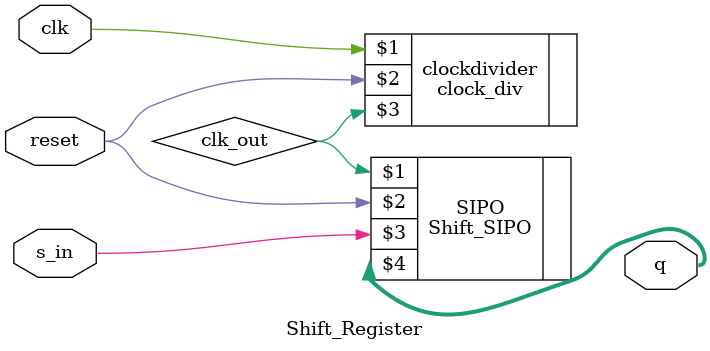
<source format=v>
`timescale 1ns / 1ps
module Shift_Register(
   input clk, reset, s_in,
	output [7:0] q
	);
	wire clk_out ;
// module instance
clock_div clockdivider (clk, reset, clk_out) ;
Shift_SIPO SIPO (clk_out, reset, s_in, q);
endmodule

</source>
